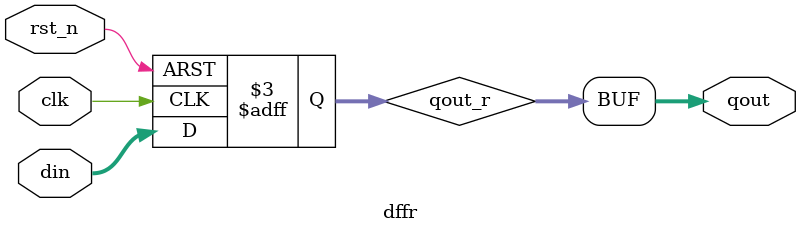
<source format=v>
module dffr #(
  parameter DW = 16
) (
  input            clk,
  input            rst_n,
  input   [DW-1:0] din,
  output  [DW-1:0] qout
);

reg [DW-1:0] qout_r;

always @(posedge clk or negedge rst_n)
  if (!rst_n)
    qout_r <= 'b0;
  else
    qout_r <= din;

assign qout = qout_r;

endmodule

</source>
